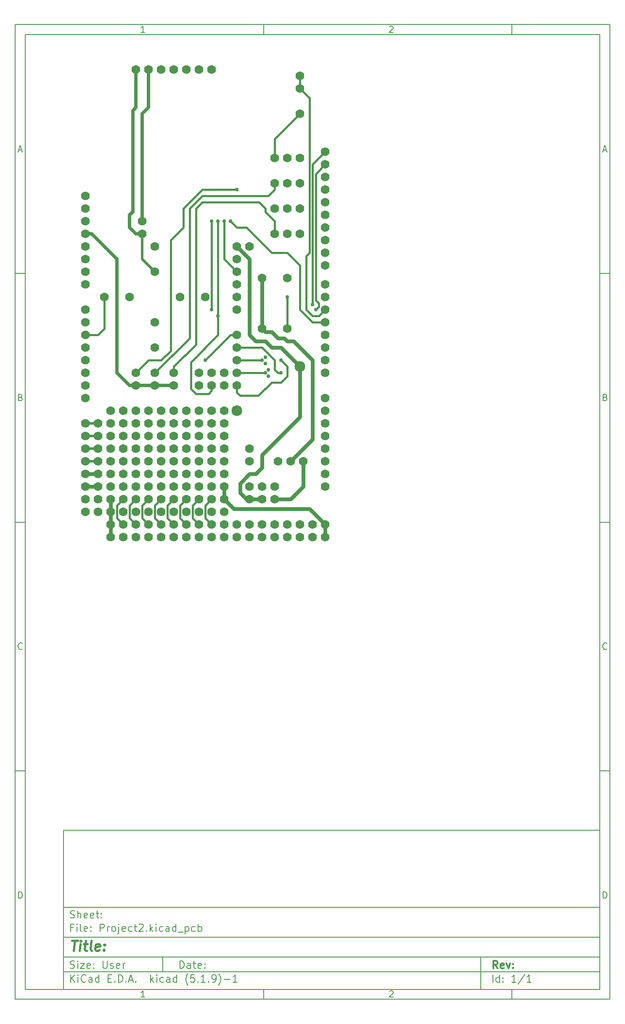
<source format=gbr>
%TF.GenerationSoftware,KiCad,Pcbnew,(5.1.9)-1*%
%TF.CreationDate,2021-06-09T21:14:02-04:00*%
%TF.ProjectId,Project2,50726f6a-6563-4743-922e-6b696361645f,rev?*%
%TF.SameCoordinates,Original*%
%TF.FileFunction,Copper,L2,Bot*%
%TF.FilePolarity,Positive*%
%FSLAX45Y45*%
G04 Gerber Fmt 4.5, Leading zero omitted, Abs format (unit mm)*
G04 Created by KiCad (PCBNEW (5.1.9)-1) date 2021-06-09 21:14:02*
%MOMM*%
%LPD*%
G01*
G04 APERTURE LIST*
%ADD10C,0.127000*%
%ADD11C,0.150000*%
%ADD12C,0.300000*%
%ADD13C,0.400000*%
%TA.AperFunction,ViaPad*%
%ADD14C,0.762000*%
%TD*%
%TA.AperFunction,ViaPad*%
%ADD15C,1.778000*%
%TD*%
%TA.AperFunction,ViaPad*%
%ADD16C,2.159000*%
%TD*%
%TA.AperFunction,Conductor*%
%ADD17C,0.381000*%
%TD*%
%TA.AperFunction,Conductor*%
%ADD18C,0.635000*%
%TD*%
%TA.AperFunction,Conductor*%
%ADD19C,0.508000*%
%TD*%
%TA.AperFunction,Conductor*%
%ADD20C,0.762000*%
%TD*%
G04 APERTURE END LIST*
D10*
D11*
X1970000Y-17190000D02*
X1970000Y-20390000D01*
X12770000Y-20390000D01*
X12770000Y-17190000D01*
X1970000Y-17190000D01*
D10*
D11*
X1000000Y-1000000D02*
X1000000Y-20590000D01*
X12970000Y-20590000D01*
X12970000Y-1000000D01*
X1000000Y-1000000D01*
D10*
D11*
X1200000Y-1200000D02*
X1200000Y-20390000D01*
X12770000Y-20390000D01*
X12770000Y-1200000D01*
X1200000Y-1200000D01*
D10*
D11*
X6000000Y-1200000D02*
X6000000Y-1000000D01*
D10*
D11*
X11000000Y-1200000D02*
X11000000Y-1000000D01*
D10*
D11*
X3606548Y-1158810D02*
X3532262Y-1158810D01*
X3569405Y-1158810D02*
X3569405Y-1028809D01*
X3557024Y-1047381D01*
X3544643Y-1059762D01*
X3532262Y-1065952D01*
D10*
D11*
X8532262Y-1041190D02*
X8538452Y-1035000D01*
X8550833Y-1028809D01*
X8581786Y-1028809D01*
X8594167Y-1035000D01*
X8600357Y-1041190D01*
X8606548Y-1053571D01*
X8606548Y-1065952D01*
X8600357Y-1084524D01*
X8526071Y-1158810D01*
X8606548Y-1158810D01*
D10*
D11*
X6000000Y-20390000D02*
X6000000Y-20590000D01*
D10*
D11*
X11000000Y-20390000D02*
X11000000Y-20590000D01*
D10*
D11*
X3606548Y-20548810D02*
X3532262Y-20548810D01*
X3569405Y-20548810D02*
X3569405Y-20418810D01*
X3557024Y-20437381D01*
X3544643Y-20449762D01*
X3532262Y-20455952D01*
D10*
D11*
X8532262Y-20431190D02*
X8538452Y-20425000D01*
X8550833Y-20418810D01*
X8581786Y-20418810D01*
X8594167Y-20425000D01*
X8600357Y-20431190D01*
X8606548Y-20443571D01*
X8606548Y-20455952D01*
X8600357Y-20474524D01*
X8526071Y-20548810D01*
X8606548Y-20548810D01*
D10*
D11*
X1000000Y-6000000D02*
X1200000Y-6000000D01*
D10*
D11*
X1000000Y-11000000D02*
X1200000Y-11000000D01*
D10*
D11*
X1000000Y-16000000D02*
X1200000Y-16000000D01*
D10*
D11*
X1069048Y-3521667D02*
X1130952Y-3521667D01*
X1056667Y-3558809D02*
X1100000Y-3428809D01*
X1143333Y-3558809D01*
D10*
D11*
X1109286Y-8490714D02*
X1127857Y-8496905D01*
X1134048Y-8503095D01*
X1140238Y-8515476D01*
X1140238Y-8534048D01*
X1134048Y-8546429D01*
X1127857Y-8552619D01*
X1115476Y-8558810D01*
X1065952Y-8558810D01*
X1065952Y-8428810D01*
X1109286Y-8428810D01*
X1121667Y-8435000D01*
X1127857Y-8441190D01*
X1134048Y-8453571D01*
X1134048Y-8465952D01*
X1127857Y-8478333D01*
X1121667Y-8484524D01*
X1109286Y-8490714D01*
X1065952Y-8490714D01*
D10*
D11*
X1140238Y-13546428D02*
X1134048Y-13552619D01*
X1115476Y-13558809D01*
X1103095Y-13558809D01*
X1084524Y-13552619D01*
X1072143Y-13540238D01*
X1065952Y-13527857D01*
X1059762Y-13503095D01*
X1059762Y-13484524D01*
X1065952Y-13459762D01*
X1072143Y-13447381D01*
X1084524Y-13435000D01*
X1103095Y-13428809D01*
X1115476Y-13428809D01*
X1134048Y-13435000D01*
X1140238Y-13441190D01*
D10*
D11*
X1065952Y-18558810D02*
X1065952Y-18428810D01*
X1096905Y-18428810D01*
X1115476Y-18435000D01*
X1127857Y-18447381D01*
X1134048Y-18459762D01*
X1140238Y-18484524D01*
X1140238Y-18503095D01*
X1134048Y-18527857D01*
X1127857Y-18540238D01*
X1115476Y-18552619D01*
X1096905Y-18558810D01*
X1065952Y-18558810D01*
D10*
D11*
X12970000Y-6000000D02*
X12770000Y-6000000D01*
D10*
D11*
X12970000Y-11000000D02*
X12770000Y-11000000D01*
D10*
D11*
X12970000Y-16000000D02*
X12770000Y-16000000D01*
D10*
D11*
X12839048Y-3521667D02*
X12900952Y-3521667D01*
X12826667Y-3558809D02*
X12870000Y-3428809D01*
X12913333Y-3558809D01*
D10*
D11*
X12879286Y-8490714D02*
X12897857Y-8496905D01*
X12904048Y-8503095D01*
X12910238Y-8515476D01*
X12910238Y-8534048D01*
X12904048Y-8546429D01*
X12897857Y-8552619D01*
X12885476Y-8558810D01*
X12835952Y-8558810D01*
X12835952Y-8428810D01*
X12879286Y-8428810D01*
X12891667Y-8435000D01*
X12897857Y-8441190D01*
X12904048Y-8453571D01*
X12904048Y-8465952D01*
X12897857Y-8478333D01*
X12891667Y-8484524D01*
X12879286Y-8490714D01*
X12835952Y-8490714D01*
D10*
D11*
X12910238Y-13546428D02*
X12904048Y-13552619D01*
X12885476Y-13558809D01*
X12873095Y-13558809D01*
X12854524Y-13552619D01*
X12842143Y-13540238D01*
X12835952Y-13527857D01*
X12829762Y-13503095D01*
X12829762Y-13484524D01*
X12835952Y-13459762D01*
X12842143Y-13447381D01*
X12854524Y-13435000D01*
X12873095Y-13428809D01*
X12885476Y-13428809D01*
X12904048Y-13435000D01*
X12910238Y-13441190D01*
D10*
D11*
X12835952Y-18558810D02*
X12835952Y-18428810D01*
X12866905Y-18428810D01*
X12885476Y-18435000D01*
X12897857Y-18447381D01*
X12904048Y-18459762D01*
X12910238Y-18484524D01*
X12910238Y-18503095D01*
X12904048Y-18527857D01*
X12897857Y-18540238D01*
X12885476Y-18552619D01*
X12866905Y-18558810D01*
X12835952Y-18558810D01*
D10*
D11*
X4313214Y-19967857D02*
X4313214Y-19817857D01*
X4348929Y-19817857D01*
X4370357Y-19825000D01*
X4384643Y-19839286D01*
X4391786Y-19853571D01*
X4398929Y-19882143D01*
X4398929Y-19903571D01*
X4391786Y-19932143D01*
X4384643Y-19946429D01*
X4370357Y-19960714D01*
X4348929Y-19967857D01*
X4313214Y-19967857D01*
X4527500Y-19967857D02*
X4527500Y-19889286D01*
X4520357Y-19875000D01*
X4506071Y-19867857D01*
X4477500Y-19867857D01*
X4463214Y-19875000D01*
X4527500Y-19960714D02*
X4513214Y-19967857D01*
X4477500Y-19967857D01*
X4463214Y-19960714D01*
X4456071Y-19946429D01*
X4456071Y-19932143D01*
X4463214Y-19917857D01*
X4477500Y-19910714D01*
X4513214Y-19910714D01*
X4527500Y-19903571D01*
X4577500Y-19867857D02*
X4634643Y-19867857D01*
X4598929Y-19817857D02*
X4598929Y-19946429D01*
X4606071Y-19960714D01*
X4620357Y-19967857D01*
X4634643Y-19967857D01*
X4741786Y-19960714D02*
X4727500Y-19967857D01*
X4698929Y-19967857D01*
X4684643Y-19960714D01*
X4677500Y-19946429D01*
X4677500Y-19889286D01*
X4684643Y-19875000D01*
X4698929Y-19867857D01*
X4727500Y-19867857D01*
X4741786Y-19875000D01*
X4748929Y-19889286D01*
X4748929Y-19903571D01*
X4677500Y-19917857D01*
X4813214Y-19953571D02*
X4820357Y-19960714D01*
X4813214Y-19967857D01*
X4806071Y-19960714D01*
X4813214Y-19953571D01*
X4813214Y-19967857D01*
X4813214Y-19875000D02*
X4820357Y-19882143D01*
X4813214Y-19889286D01*
X4806071Y-19882143D01*
X4813214Y-19875000D01*
X4813214Y-19889286D01*
D10*
D11*
X1970000Y-20040000D02*
X12770000Y-20040000D01*
D10*
D11*
X2113214Y-20247857D02*
X2113214Y-20097857D01*
X2198929Y-20247857D02*
X2134643Y-20162143D01*
X2198929Y-20097857D02*
X2113214Y-20183571D01*
X2263214Y-20247857D02*
X2263214Y-20147857D01*
X2263214Y-20097857D02*
X2256071Y-20105000D01*
X2263214Y-20112143D01*
X2270357Y-20105000D01*
X2263214Y-20097857D01*
X2263214Y-20112143D01*
X2420357Y-20233571D02*
X2413214Y-20240714D01*
X2391786Y-20247857D01*
X2377500Y-20247857D01*
X2356071Y-20240714D01*
X2341786Y-20226429D01*
X2334643Y-20212143D01*
X2327500Y-20183571D01*
X2327500Y-20162143D01*
X2334643Y-20133571D01*
X2341786Y-20119286D01*
X2356071Y-20105000D01*
X2377500Y-20097857D01*
X2391786Y-20097857D01*
X2413214Y-20105000D01*
X2420357Y-20112143D01*
X2548929Y-20247857D02*
X2548929Y-20169286D01*
X2541786Y-20155000D01*
X2527500Y-20147857D01*
X2498929Y-20147857D01*
X2484643Y-20155000D01*
X2548929Y-20240714D02*
X2534643Y-20247857D01*
X2498929Y-20247857D01*
X2484643Y-20240714D01*
X2477500Y-20226429D01*
X2477500Y-20212143D01*
X2484643Y-20197857D01*
X2498929Y-20190714D01*
X2534643Y-20190714D01*
X2548929Y-20183571D01*
X2684643Y-20247857D02*
X2684643Y-20097857D01*
X2684643Y-20240714D02*
X2670357Y-20247857D01*
X2641786Y-20247857D01*
X2627500Y-20240714D01*
X2620357Y-20233571D01*
X2613214Y-20219286D01*
X2613214Y-20176429D01*
X2620357Y-20162143D01*
X2627500Y-20155000D01*
X2641786Y-20147857D01*
X2670357Y-20147857D01*
X2684643Y-20155000D01*
X2870357Y-20169286D02*
X2920357Y-20169286D01*
X2941786Y-20247857D02*
X2870357Y-20247857D01*
X2870357Y-20097857D01*
X2941786Y-20097857D01*
X3006071Y-20233571D02*
X3013214Y-20240714D01*
X3006071Y-20247857D01*
X2998928Y-20240714D01*
X3006071Y-20233571D01*
X3006071Y-20247857D01*
X3077500Y-20247857D02*
X3077500Y-20097857D01*
X3113214Y-20097857D01*
X3134643Y-20105000D01*
X3148928Y-20119286D01*
X3156071Y-20133571D01*
X3163214Y-20162143D01*
X3163214Y-20183571D01*
X3156071Y-20212143D01*
X3148928Y-20226429D01*
X3134643Y-20240714D01*
X3113214Y-20247857D01*
X3077500Y-20247857D01*
X3227500Y-20233571D02*
X3234643Y-20240714D01*
X3227500Y-20247857D01*
X3220357Y-20240714D01*
X3227500Y-20233571D01*
X3227500Y-20247857D01*
X3291786Y-20205000D02*
X3363214Y-20205000D01*
X3277500Y-20247857D02*
X3327500Y-20097857D01*
X3377500Y-20247857D01*
X3427500Y-20233571D02*
X3434643Y-20240714D01*
X3427500Y-20247857D01*
X3420357Y-20240714D01*
X3427500Y-20233571D01*
X3427500Y-20247857D01*
X3727500Y-20247857D02*
X3727500Y-20097857D01*
X3741786Y-20190714D02*
X3784643Y-20247857D01*
X3784643Y-20147857D02*
X3727500Y-20205000D01*
X3848928Y-20247857D02*
X3848928Y-20147857D01*
X3848928Y-20097857D02*
X3841786Y-20105000D01*
X3848928Y-20112143D01*
X3856071Y-20105000D01*
X3848928Y-20097857D01*
X3848928Y-20112143D01*
X3984643Y-20240714D02*
X3970357Y-20247857D01*
X3941786Y-20247857D01*
X3927500Y-20240714D01*
X3920357Y-20233571D01*
X3913214Y-20219286D01*
X3913214Y-20176429D01*
X3920357Y-20162143D01*
X3927500Y-20155000D01*
X3941786Y-20147857D01*
X3970357Y-20147857D01*
X3984643Y-20155000D01*
X4113214Y-20247857D02*
X4113214Y-20169286D01*
X4106071Y-20155000D01*
X4091786Y-20147857D01*
X4063214Y-20147857D01*
X4048928Y-20155000D01*
X4113214Y-20240714D02*
X4098928Y-20247857D01*
X4063214Y-20247857D01*
X4048928Y-20240714D01*
X4041786Y-20226429D01*
X4041786Y-20212143D01*
X4048928Y-20197857D01*
X4063214Y-20190714D01*
X4098928Y-20190714D01*
X4113214Y-20183571D01*
X4248929Y-20247857D02*
X4248929Y-20097857D01*
X4248929Y-20240714D02*
X4234643Y-20247857D01*
X4206071Y-20247857D01*
X4191786Y-20240714D01*
X4184643Y-20233571D01*
X4177500Y-20219286D01*
X4177500Y-20176429D01*
X4184643Y-20162143D01*
X4191786Y-20155000D01*
X4206071Y-20147857D01*
X4234643Y-20147857D01*
X4248929Y-20155000D01*
X4477500Y-20305000D02*
X4470357Y-20297857D01*
X4456071Y-20276429D01*
X4448929Y-20262143D01*
X4441786Y-20240714D01*
X4434643Y-20205000D01*
X4434643Y-20176429D01*
X4441786Y-20140714D01*
X4448929Y-20119286D01*
X4456071Y-20105000D01*
X4470357Y-20083571D01*
X4477500Y-20076429D01*
X4606071Y-20097857D02*
X4534643Y-20097857D01*
X4527500Y-20169286D01*
X4534643Y-20162143D01*
X4548929Y-20155000D01*
X4584643Y-20155000D01*
X4598929Y-20162143D01*
X4606071Y-20169286D01*
X4613214Y-20183571D01*
X4613214Y-20219286D01*
X4606071Y-20233571D01*
X4598929Y-20240714D01*
X4584643Y-20247857D01*
X4548929Y-20247857D01*
X4534643Y-20240714D01*
X4527500Y-20233571D01*
X4677500Y-20233571D02*
X4684643Y-20240714D01*
X4677500Y-20247857D01*
X4670357Y-20240714D01*
X4677500Y-20233571D01*
X4677500Y-20247857D01*
X4827500Y-20247857D02*
X4741786Y-20247857D01*
X4784643Y-20247857D02*
X4784643Y-20097857D01*
X4770357Y-20119286D01*
X4756071Y-20133571D01*
X4741786Y-20140714D01*
X4891786Y-20233571D02*
X4898929Y-20240714D01*
X4891786Y-20247857D01*
X4884643Y-20240714D01*
X4891786Y-20233571D01*
X4891786Y-20247857D01*
X4970357Y-20247857D02*
X4998929Y-20247857D01*
X5013214Y-20240714D01*
X5020357Y-20233571D01*
X5034643Y-20212143D01*
X5041786Y-20183571D01*
X5041786Y-20126429D01*
X5034643Y-20112143D01*
X5027500Y-20105000D01*
X5013214Y-20097857D01*
X4984643Y-20097857D01*
X4970357Y-20105000D01*
X4963214Y-20112143D01*
X4956071Y-20126429D01*
X4956071Y-20162143D01*
X4963214Y-20176429D01*
X4970357Y-20183571D01*
X4984643Y-20190714D01*
X5013214Y-20190714D01*
X5027500Y-20183571D01*
X5034643Y-20176429D01*
X5041786Y-20162143D01*
X5091786Y-20305000D02*
X5098929Y-20297857D01*
X5113214Y-20276429D01*
X5120357Y-20262143D01*
X5127500Y-20240714D01*
X5134643Y-20205000D01*
X5134643Y-20176429D01*
X5127500Y-20140714D01*
X5120357Y-20119286D01*
X5113214Y-20105000D01*
X5098929Y-20083571D01*
X5091786Y-20076429D01*
X5206071Y-20190714D02*
X5320357Y-20190714D01*
X5470357Y-20247857D02*
X5384643Y-20247857D01*
X5427500Y-20247857D02*
X5427500Y-20097857D01*
X5413214Y-20119286D01*
X5398929Y-20133571D01*
X5384643Y-20140714D01*
D10*
D11*
X1970000Y-19740000D02*
X12770000Y-19740000D01*
D10*
D12*
X10710929Y-19967857D02*
X10660929Y-19896429D01*
X10625214Y-19967857D02*
X10625214Y-19817857D01*
X10682357Y-19817857D01*
X10696643Y-19825000D01*
X10703786Y-19832143D01*
X10710929Y-19846429D01*
X10710929Y-19867857D01*
X10703786Y-19882143D01*
X10696643Y-19889286D01*
X10682357Y-19896429D01*
X10625214Y-19896429D01*
X10832357Y-19960714D02*
X10818071Y-19967857D01*
X10789500Y-19967857D01*
X10775214Y-19960714D01*
X10768071Y-19946429D01*
X10768071Y-19889286D01*
X10775214Y-19875000D01*
X10789500Y-19867857D01*
X10818071Y-19867857D01*
X10832357Y-19875000D01*
X10839500Y-19889286D01*
X10839500Y-19903571D01*
X10768071Y-19917857D01*
X10889500Y-19867857D02*
X10925214Y-19967857D01*
X10960929Y-19867857D01*
X11018071Y-19953571D02*
X11025214Y-19960714D01*
X11018071Y-19967857D01*
X11010929Y-19960714D01*
X11018071Y-19953571D01*
X11018071Y-19967857D01*
X11018071Y-19875000D02*
X11025214Y-19882143D01*
X11018071Y-19889286D01*
X11010929Y-19882143D01*
X11018071Y-19875000D01*
X11018071Y-19889286D01*
D10*
D11*
X2106071Y-19960714D02*
X2127500Y-19967857D01*
X2163214Y-19967857D01*
X2177500Y-19960714D01*
X2184643Y-19953571D01*
X2191786Y-19939286D01*
X2191786Y-19925000D01*
X2184643Y-19910714D01*
X2177500Y-19903571D01*
X2163214Y-19896429D01*
X2134643Y-19889286D01*
X2120357Y-19882143D01*
X2113214Y-19875000D01*
X2106071Y-19860714D01*
X2106071Y-19846429D01*
X2113214Y-19832143D01*
X2120357Y-19825000D01*
X2134643Y-19817857D01*
X2170357Y-19817857D01*
X2191786Y-19825000D01*
X2256071Y-19967857D02*
X2256071Y-19867857D01*
X2256071Y-19817857D02*
X2248929Y-19825000D01*
X2256071Y-19832143D01*
X2263214Y-19825000D01*
X2256071Y-19817857D01*
X2256071Y-19832143D01*
X2313214Y-19867857D02*
X2391786Y-19867857D01*
X2313214Y-19967857D01*
X2391786Y-19967857D01*
X2506071Y-19960714D02*
X2491786Y-19967857D01*
X2463214Y-19967857D01*
X2448929Y-19960714D01*
X2441786Y-19946429D01*
X2441786Y-19889286D01*
X2448929Y-19875000D01*
X2463214Y-19867857D01*
X2491786Y-19867857D01*
X2506071Y-19875000D01*
X2513214Y-19889286D01*
X2513214Y-19903571D01*
X2441786Y-19917857D01*
X2577500Y-19953571D02*
X2584643Y-19960714D01*
X2577500Y-19967857D01*
X2570357Y-19960714D01*
X2577500Y-19953571D01*
X2577500Y-19967857D01*
X2577500Y-19875000D02*
X2584643Y-19882143D01*
X2577500Y-19889286D01*
X2570357Y-19882143D01*
X2577500Y-19875000D01*
X2577500Y-19889286D01*
X2763214Y-19817857D02*
X2763214Y-19939286D01*
X2770357Y-19953571D01*
X2777500Y-19960714D01*
X2791786Y-19967857D01*
X2820357Y-19967857D01*
X2834643Y-19960714D01*
X2841786Y-19953571D01*
X2848928Y-19939286D01*
X2848928Y-19817857D01*
X2913214Y-19960714D02*
X2927500Y-19967857D01*
X2956071Y-19967857D01*
X2970357Y-19960714D01*
X2977500Y-19946429D01*
X2977500Y-19939286D01*
X2970357Y-19925000D01*
X2956071Y-19917857D01*
X2934643Y-19917857D01*
X2920357Y-19910714D01*
X2913214Y-19896429D01*
X2913214Y-19889286D01*
X2920357Y-19875000D01*
X2934643Y-19867857D01*
X2956071Y-19867857D01*
X2970357Y-19875000D01*
X3098928Y-19960714D02*
X3084643Y-19967857D01*
X3056071Y-19967857D01*
X3041786Y-19960714D01*
X3034643Y-19946429D01*
X3034643Y-19889286D01*
X3041786Y-19875000D01*
X3056071Y-19867857D01*
X3084643Y-19867857D01*
X3098928Y-19875000D01*
X3106071Y-19889286D01*
X3106071Y-19903571D01*
X3034643Y-19917857D01*
X3170357Y-19967857D02*
X3170357Y-19867857D01*
X3170357Y-19896429D02*
X3177500Y-19882143D01*
X3184643Y-19875000D01*
X3198928Y-19867857D01*
X3213214Y-19867857D01*
D10*
D11*
X10613214Y-20247857D02*
X10613214Y-20097857D01*
X10748929Y-20247857D02*
X10748929Y-20097857D01*
X10748929Y-20240714D02*
X10734643Y-20247857D01*
X10706071Y-20247857D01*
X10691786Y-20240714D01*
X10684643Y-20233571D01*
X10677500Y-20219286D01*
X10677500Y-20176429D01*
X10684643Y-20162143D01*
X10691786Y-20155000D01*
X10706071Y-20147857D01*
X10734643Y-20147857D01*
X10748929Y-20155000D01*
X10820357Y-20233571D02*
X10827500Y-20240714D01*
X10820357Y-20247857D01*
X10813214Y-20240714D01*
X10820357Y-20233571D01*
X10820357Y-20247857D01*
X10820357Y-20155000D02*
X10827500Y-20162143D01*
X10820357Y-20169286D01*
X10813214Y-20162143D01*
X10820357Y-20155000D01*
X10820357Y-20169286D01*
X11084643Y-20247857D02*
X10998929Y-20247857D01*
X11041786Y-20247857D02*
X11041786Y-20097857D01*
X11027500Y-20119286D01*
X11013214Y-20133571D01*
X10998929Y-20140714D01*
X11256071Y-20090714D02*
X11127500Y-20283571D01*
X11384643Y-20247857D02*
X11298928Y-20247857D01*
X11341786Y-20247857D02*
X11341786Y-20097857D01*
X11327500Y-20119286D01*
X11313214Y-20133571D01*
X11298928Y-20140714D01*
D10*
D11*
X1970000Y-19340000D02*
X12770000Y-19340000D01*
D10*
D13*
X2141238Y-19410476D02*
X2255524Y-19410476D01*
X2173381Y-19610476D02*
X2198381Y-19410476D01*
X2297190Y-19610476D02*
X2313857Y-19477143D01*
X2322190Y-19410476D02*
X2311476Y-19420000D01*
X2319810Y-19429524D01*
X2330524Y-19420000D01*
X2322190Y-19410476D01*
X2319810Y-19429524D01*
X2380524Y-19477143D02*
X2456714Y-19477143D01*
X2417429Y-19410476D02*
X2396000Y-19581905D01*
X2403143Y-19600952D01*
X2421000Y-19610476D01*
X2440048Y-19610476D01*
X2535286Y-19610476D02*
X2517429Y-19600952D01*
X2510286Y-19581905D01*
X2531714Y-19410476D01*
X2688857Y-19600952D02*
X2668619Y-19610476D01*
X2630524Y-19610476D01*
X2612667Y-19600952D01*
X2605524Y-19581905D01*
X2615048Y-19505714D01*
X2626952Y-19486667D01*
X2647190Y-19477143D01*
X2685286Y-19477143D01*
X2703143Y-19486667D01*
X2710286Y-19505714D01*
X2707905Y-19524762D01*
X2610286Y-19543810D01*
X2785286Y-19591429D02*
X2793619Y-19600952D01*
X2782905Y-19610476D01*
X2774571Y-19600952D01*
X2785286Y-19591429D01*
X2782905Y-19610476D01*
X2798381Y-19486667D02*
X2806714Y-19496190D01*
X2796000Y-19505714D01*
X2787667Y-19496190D01*
X2798381Y-19486667D01*
X2796000Y-19505714D01*
D10*
D11*
X2163214Y-19149286D02*
X2113214Y-19149286D01*
X2113214Y-19227857D02*
X2113214Y-19077857D01*
X2184643Y-19077857D01*
X2241786Y-19227857D02*
X2241786Y-19127857D01*
X2241786Y-19077857D02*
X2234643Y-19085000D01*
X2241786Y-19092143D01*
X2248929Y-19085000D01*
X2241786Y-19077857D01*
X2241786Y-19092143D01*
X2334643Y-19227857D02*
X2320357Y-19220714D01*
X2313214Y-19206429D01*
X2313214Y-19077857D01*
X2448929Y-19220714D02*
X2434643Y-19227857D01*
X2406071Y-19227857D01*
X2391786Y-19220714D01*
X2384643Y-19206429D01*
X2384643Y-19149286D01*
X2391786Y-19135000D01*
X2406071Y-19127857D01*
X2434643Y-19127857D01*
X2448929Y-19135000D01*
X2456071Y-19149286D01*
X2456071Y-19163571D01*
X2384643Y-19177857D01*
X2520357Y-19213571D02*
X2527500Y-19220714D01*
X2520357Y-19227857D01*
X2513214Y-19220714D01*
X2520357Y-19213571D01*
X2520357Y-19227857D01*
X2520357Y-19135000D02*
X2527500Y-19142143D01*
X2520357Y-19149286D01*
X2513214Y-19142143D01*
X2520357Y-19135000D01*
X2520357Y-19149286D01*
X2706071Y-19227857D02*
X2706071Y-19077857D01*
X2763214Y-19077857D01*
X2777500Y-19085000D01*
X2784643Y-19092143D01*
X2791786Y-19106429D01*
X2791786Y-19127857D01*
X2784643Y-19142143D01*
X2777500Y-19149286D01*
X2763214Y-19156429D01*
X2706071Y-19156429D01*
X2856071Y-19227857D02*
X2856071Y-19127857D01*
X2856071Y-19156429D02*
X2863214Y-19142143D01*
X2870357Y-19135000D01*
X2884643Y-19127857D01*
X2898928Y-19127857D01*
X2970357Y-19227857D02*
X2956071Y-19220714D01*
X2948928Y-19213571D01*
X2941786Y-19199286D01*
X2941786Y-19156429D01*
X2948928Y-19142143D01*
X2956071Y-19135000D01*
X2970357Y-19127857D01*
X2991786Y-19127857D01*
X3006071Y-19135000D01*
X3013214Y-19142143D01*
X3020357Y-19156429D01*
X3020357Y-19199286D01*
X3013214Y-19213571D01*
X3006071Y-19220714D01*
X2991786Y-19227857D01*
X2970357Y-19227857D01*
X3084643Y-19127857D02*
X3084643Y-19256429D01*
X3077500Y-19270714D01*
X3063214Y-19277857D01*
X3056071Y-19277857D01*
X3084643Y-19077857D02*
X3077500Y-19085000D01*
X3084643Y-19092143D01*
X3091786Y-19085000D01*
X3084643Y-19077857D01*
X3084643Y-19092143D01*
X3213214Y-19220714D02*
X3198928Y-19227857D01*
X3170357Y-19227857D01*
X3156071Y-19220714D01*
X3148928Y-19206429D01*
X3148928Y-19149286D01*
X3156071Y-19135000D01*
X3170357Y-19127857D01*
X3198928Y-19127857D01*
X3213214Y-19135000D01*
X3220357Y-19149286D01*
X3220357Y-19163571D01*
X3148928Y-19177857D01*
X3348928Y-19220714D02*
X3334643Y-19227857D01*
X3306071Y-19227857D01*
X3291786Y-19220714D01*
X3284643Y-19213571D01*
X3277500Y-19199286D01*
X3277500Y-19156429D01*
X3284643Y-19142143D01*
X3291786Y-19135000D01*
X3306071Y-19127857D01*
X3334643Y-19127857D01*
X3348928Y-19135000D01*
X3391786Y-19127857D02*
X3448928Y-19127857D01*
X3413214Y-19077857D02*
X3413214Y-19206429D01*
X3420357Y-19220714D01*
X3434643Y-19227857D01*
X3448928Y-19227857D01*
X3491786Y-19092143D02*
X3498928Y-19085000D01*
X3513214Y-19077857D01*
X3548928Y-19077857D01*
X3563214Y-19085000D01*
X3570357Y-19092143D01*
X3577500Y-19106429D01*
X3577500Y-19120714D01*
X3570357Y-19142143D01*
X3484643Y-19227857D01*
X3577500Y-19227857D01*
X3641786Y-19213571D02*
X3648928Y-19220714D01*
X3641786Y-19227857D01*
X3634643Y-19220714D01*
X3641786Y-19213571D01*
X3641786Y-19227857D01*
X3713214Y-19227857D02*
X3713214Y-19077857D01*
X3727500Y-19170714D02*
X3770357Y-19227857D01*
X3770357Y-19127857D02*
X3713214Y-19185000D01*
X3834643Y-19227857D02*
X3834643Y-19127857D01*
X3834643Y-19077857D02*
X3827500Y-19085000D01*
X3834643Y-19092143D01*
X3841786Y-19085000D01*
X3834643Y-19077857D01*
X3834643Y-19092143D01*
X3970357Y-19220714D02*
X3956071Y-19227857D01*
X3927500Y-19227857D01*
X3913214Y-19220714D01*
X3906071Y-19213571D01*
X3898928Y-19199286D01*
X3898928Y-19156429D01*
X3906071Y-19142143D01*
X3913214Y-19135000D01*
X3927500Y-19127857D01*
X3956071Y-19127857D01*
X3970357Y-19135000D01*
X4098928Y-19227857D02*
X4098928Y-19149286D01*
X4091786Y-19135000D01*
X4077500Y-19127857D01*
X4048928Y-19127857D01*
X4034643Y-19135000D01*
X4098928Y-19220714D02*
X4084643Y-19227857D01*
X4048928Y-19227857D01*
X4034643Y-19220714D01*
X4027500Y-19206429D01*
X4027500Y-19192143D01*
X4034643Y-19177857D01*
X4048928Y-19170714D01*
X4084643Y-19170714D01*
X4098928Y-19163571D01*
X4234643Y-19227857D02*
X4234643Y-19077857D01*
X4234643Y-19220714D02*
X4220357Y-19227857D01*
X4191786Y-19227857D01*
X4177500Y-19220714D01*
X4170357Y-19213571D01*
X4163214Y-19199286D01*
X4163214Y-19156429D01*
X4170357Y-19142143D01*
X4177500Y-19135000D01*
X4191786Y-19127857D01*
X4220357Y-19127857D01*
X4234643Y-19135000D01*
X4270357Y-19242143D02*
X4384643Y-19242143D01*
X4420357Y-19127857D02*
X4420357Y-19277857D01*
X4420357Y-19135000D02*
X4434643Y-19127857D01*
X4463214Y-19127857D01*
X4477500Y-19135000D01*
X4484643Y-19142143D01*
X4491786Y-19156429D01*
X4491786Y-19199286D01*
X4484643Y-19213571D01*
X4477500Y-19220714D01*
X4463214Y-19227857D01*
X4434643Y-19227857D01*
X4420357Y-19220714D01*
X4620357Y-19220714D02*
X4606071Y-19227857D01*
X4577500Y-19227857D01*
X4563214Y-19220714D01*
X4556071Y-19213571D01*
X4548929Y-19199286D01*
X4548929Y-19156429D01*
X4556071Y-19142143D01*
X4563214Y-19135000D01*
X4577500Y-19127857D01*
X4606071Y-19127857D01*
X4620357Y-19135000D01*
X4684643Y-19227857D02*
X4684643Y-19077857D01*
X4684643Y-19135000D02*
X4698929Y-19127857D01*
X4727500Y-19127857D01*
X4741786Y-19135000D01*
X4748929Y-19142143D01*
X4756071Y-19156429D01*
X4756071Y-19199286D01*
X4748929Y-19213571D01*
X4741786Y-19220714D01*
X4727500Y-19227857D01*
X4698929Y-19227857D01*
X4684643Y-19220714D01*
D10*
D11*
X1970000Y-18740000D02*
X12770000Y-18740000D01*
D10*
D11*
X2106071Y-18950714D02*
X2127500Y-18957857D01*
X2163214Y-18957857D01*
X2177500Y-18950714D01*
X2184643Y-18943571D01*
X2191786Y-18929286D01*
X2191786Y-18915000D01*
X2184643Y-18900714D01*
X2177500Y-18893571D01*
X2163214Y-18886429D01*
X2134643Y-18879286D01*
X2120357Y-18872143D01*
X2113214Y-18865000D01*
X2106071Y-18850714D01*
X2106071Y-18836429D01*
X2113214Y-18822143D01*
X2120357Y-18815000D01*
X2134643Y-18807857D01*
X2170357Y-18807857D01*
X2191786Y-18815000D01*
X2256071Y-18957857D02*
X2256071Y-18807857D01*
X2320357Y-18957857D02*
X2320357Y-18879286D01*
X2313214Y-18865000D01*
X2298929Y-18857857D01*
X2277500Y-18857857D01*
X2263214Y-18865000D01*
X2256071Y-18872143D01*
X2448929Y-18950714D02*
X2434643Y-18957857D01*
X2406071Y-18957857D01*
X2391786Y-18950714D01*
X2384643Y-18936429D01*
X2384643Y-18879286D01*
X2391786Y-18865000D01*
X2406071Y-18857857D01*
X2434643Y-18857857D01*
X2448929Y-18865000D01*
X2456071Y-18879286D01*
X2456071Y-18893571D01*
X2384643Y-18907857D01*
X2577500Y-18950714D02*
X2563214Y-18957857D01*
X2534643Y-18957857D01*
X2520357Y-18950714D01*
X2513214Y-18936429D01*
X2513214Y-18879286D01*
X2520357Y-18865000D01*
X2534643Y-18857857D01*
X2563214Y-18857857D01*
X2577500Y-18865000D01*
X2584643Y-18879286D01*
X2584643Y-18893571D01*
X2513214Y-18907857D01*
X2627500Y-18857857D02*
X2684643Y-18857857D01*
X2648929Y-18807857D02*
X2648929Y-18936429D01*
X2656071Y-18950714D01*
X2670357Y-18957857D01*
X2684643Y-18957857D01*
X2734643Y-18943571D02*
X2741786Y-18950714D01*
X2734643Y-18957857D01*
X2727500Y-18950714D01*
X2734643Y-18943571D01*
X2734643Y-18957857D01*
X2734643Y-18865000D02*
X2741786Y-18872143D01*
X2734643Y-18879286D01*
X2727500Y-18872143D01*
X2734643Y-18865000D01*
X2734643Y-18879286D01*
D10*
D11*
X3970000Y-19740000D02*
X3970000Y-20040000D01*
D10*
D11*
X10370000Y-19740000D02*
X10370000Y-20390000D01*
D14*
%TO.N,*%
X4953000Y-6731000D03*
X5080000Y-6858000D03*
X6477000Y-6477000D03*
X4953000Y-4953000D03*
X5080000Y-4953000D03*
X5207000Y-4953000D03*
D15*
X4953000Y-10541000D03*
X4699000Y-10541000D03*
X4445000Y-10541000D03*
X4191000Y-10541000D03*
X3937000Y-10541000D03*
X3683000Y-10541000D03*
X3429000Y-10541000D03*
X3175000Y-10541000D03*
X2921000Y-10541000D03*
X2921000Y-10795000D03*
X2921000Y-11049000D03*
X2921000Y-11303000D03*
X3175000Y-11303000D03*
X3175000Y-11049000D03*
X3175000Y-10795000D03*
X3429000Y-10795000D03*
X3429000Y-11049000D03*
X3429000Y-11303000D03*
X3683000Y-11303000D03*
X3683000Y-11049000D03*
X3683000Y-10795000D03*
X3937000Y-10795000D03*
X3937000Y-11049000D03*
X3937000Y-11303000D03*
X4953000Y-10795000D03*
X4699000Y-10795000D03*
X4445000Y-10795000D03*
X4191000Y-10795000D03*
X4191000Y-11049000D03*
X4191000Y-11303000D03*
X4445000Y-11303000D03*
X4445000Y-11049000D03*
X4953000Y-8255000D03*
X4953000Y-8001000D03*
X5207000Y-8001000D03*
X5207000Y-8255000D03*
X4699000Y-8001000D03*
X4699000Y-8255000D03*
X5461000Y-8255000D03*
X5461000Y-8001000D03*
X5461000Y-7747000D03*
X5461000Y-7493000D03*
X4191000Y-8255000D03*
X4191000Y-8001000D03*
X3810000Y-8001000D03*
X3810000Y-8255000D03*
X3429000Y-8001000D03*
X2413000Y-7493000D03*
X2413000Y-7239000D03*
X2413000Y-6985000D03*
X2413000Y-6731000D03*
X2413000Y-9017000D03*
X2413000Y-8509000D03*
X2413000Y-8255000D03*
X2413000Y-8001000D03*
X2413000Y-9271000D03*
X2667000Y-9271000D03*
X2667000Y-9017000D03*
X7239000Y-8001000D03*
X7239000Y-7747000D03*
X7239000Y-7493000D03*
X7239000Y-7239000D03*
X7239000Y-6731000D03*
X7239000Y-6477000D03*
X7239000Y-6223000D03*
X7239000Y-5842000D03*
X7239000Y-5588000D03*
X7239000Y-5334000D03*
X7239000Y-5080000D03*
X7239000Y-4826000D03*
X7239000Y-4572000D03*
X7239000Y-4318000D03*
X7239000Y-4064000D03*
X7239000Y-3810000D03*
X7239000Y-3556000D03*
X6731000Y-3683000D03*
X6477000Y-3683000D03*
X6223000Y-3683000D03*
X6223000Y-4191000D03*
X6477000Y-4191000D03*
X6731000Y-4191000D03*
X6731000Y-4699000D03*
X6477000Y-4699000D03*
X6223000Y-4699000D03*
X6223000Y-5207000D03*
X6477000Y-5207000D03*
X6731000Y-5207000D03*
X6477000Y-6096000D03*
X5969000Y-6096000D03*
X6477000Y-7112000D03*
X5969000Y-7112000D03*
X5461000Y-6731000D03*
X5461000Y-6477000D03*
X5461000Y-6223000D03*
X5461000Y-5969000D03*
X5461000Y-5715000D03*
X5461000Y-5461000D03*
X4826000Y-6477000D03*
X4318000Y-6477000D03*
X3810000Y-6985000D03*
X3810000Y-7493000D03*
X3810000Y-5461000D03*
X3810000Y-5969000D03*
X3302000Y-6477000D03*
X2794000Y-6477000D03*
X5207000Y-8763000D03*
X4953000Y-8763000D03*
X4699000Y-8763000D03*
X4445000Y-8763000D03*
X4191000Y-8763000D03*
X3937000Y-8763000D03*
X3683000Y-8763000D03*
X3429000Y-8763000D03*
X3175000Y-8763000D03*
X3175000Y-9017000D03*
X3175000Y-9271000D03*
X3175000Y-9525000D03*
X3175000Y-9779000D03*
X3175000Y-10033000D03*
X3175000Y-10287000D03*
X2921000Y-10287000D03*
X2667000Y-10287000D03*
X2667000Y-10033000D03*
X2413000Y-10033000D03*
X2413000Y-9779000D03*
X2667000Y-9779000D03*
X2667000Y-9525000D03*
X2413000Y-9525000D03*
X2667000Y-10541000D03*
X2413000Y-10541000D03*
X2413000Y-10795000D03*
X2413000Y-10287000D03*
X2667000Y-10795000D03*
X2921000Y-10033000D03*
X2921000Y-9779000D03*
X2921000Y-9525000D03*
X2921000Y-9271000D03*
X2921000Y-9017000D03*
X2921000Y-8763000D03*
X3429000Y-9017000D03*
X3683000Y-9017000D03*
X3937000Y-9017000D03*
X3937000Y-9271000D03*
X3683000Y-9271000D03*
X3429000Y-9271000D03*
X3429000Y-9525000D03*
X3429000Y-9779000D03*
X3429000Y-10033000D03*
X3429000Y-10287000D03*
X3683000Y-10287000D03*
X3683000Y-10033000D03*
X3683000Y-9779000D03*
X3683000Y-9525000D03*
X3937000Y-9525000D03*
X3937000Y-9779000D03*
X3937000Y-10033000D03*
X3937000Y-10287000D03*
X4191000Y-10287000D03*
X4445000Y-10287000D03*
X4699000Y-10287000D03*
X4953000Y-10287000D03*
X4953000Y-10033000D03*
X4699000Y-10033000D03*
X4445000Y-10033000D03*
X4191000Y-10033000D03*
X4191000Y-9779000D03*
X4445000Y-9779000D03*
X4699000Y-9779000D03*
X4953000Y-9779000D03*
X5207000Y-10795000D03*
X4953000Y-9525000D03*
X4699000Y-9525000D03*
X4445000Y-9525000D03*
X4191000Y-9525000D03*
X4191000Y-9271000D03*
X4191000Y-9017000D03*
X4445000Y-9017000D03*
X4445000Y-9271000D03*
X4699000Y-9271000D03*
X4699000Y-9017000D03*
X4953000Y-9017000D03*
X4953000Y-9271000D03*
X5207000Y-9271000D03*
X5207000Y-9017000D03*
X2413000Y-6223000D03*
X2413000Y-5969000D03*
X2413000Y-5715000D03*
X2413000Y-5461000D03*
X2413000Y-5207000D03*
X2413000Y-4953000D03*
X2413000Y-4699000D03*
X2413000Y-4445000D03*
X4953000Y-1905000D03*
X4445000Y-1905000D03*
X4191000Y-1905000D03*
X3937000Y-1905000D03*
X3683000Y-1905000D03*
X3429000Y-1905000D03*
X6731000Y-2794000D03*
X6731000Y-2032000D03*
X5715000Y-9779000D03*
X5715000Y-11049000D03*
X5715000Y-11303000D03*
X5969000Y-11303000D03*
X5969000Y-11049000D03*
X6223000Y-11049000D03*
X6223000Y-11303000D03*
X5715000Y-9525000D03*
X5207000Y-10541000D03*
X4699000Y-11049000D03*
X4699000Y-11303000D03*
X4953000Y-11049000D03*
X4953000Y-11303000D03*
X5207000Y-11303000D03*
X5207000Y-11049000D03*
X6794500Y-9779000D03*
X6540500Y-9779000D03*
X6286500Y-9779000D03*
X6731000Y-2286000D03*
X2413000Y-7747000D03*
X5461000Y-7239000D03*
D14*
X4826000Y-7747000D03*
D15*
X3429000Y-8255000D03*
D14*
X5461000Y-4318000D03*
X5969000Y-7747000D03*
D15*
X7239000Y-10287000D03*
X7239000Y-10033000D03*
X7239000Y-9779000D03*
X7239000Y-9525000D03*
X7239000Y-9271000D03*
X7239000Y-9017000D03*
X7239000Y-8763000D03*
X7239000Y-8509000D03*
X6223000Y-10287000D03*
X5969000Y-10287000D03*
X5715000Y-10287000D03*
X5715000Y-10541000D03*
X5969000Y-10541000D03*
X6223000Y-10541000D03*
X5461000Y-11049000D03*
X5461000Y-11303000D03*
X6477000Y-11303000D03*
X6477000Y-11049000D03*
X6731000Y-11049000D03*
X6731000Y-11303000D03*
X6985000Y-11303000D03*
X6985000Y-11049000D03*
X7239000Y-11049000D03*
X7239000Y-11303000D03*
X5207000Y-9525000D03*
X5207000Y-9779000D03*
X5207000Y-10033000D03*
X5207000Y-10287000D03*
D14*
X7048500Y-6731000D03*
X6985000Y-6629400D03*
X6032500Y-7683500D03*
X6350000Y-8001000D03*
X6350000Y-7747000D03*
X6096000Y-7937500D03*
X6032500Y-8001000D03*
X6096000Y-8064500D03*
X6032500Y-7810500D03*
D15*
X3556000Y-5207000D03*
X3556000Y-4953000D03*
X5715000Y-5461000D03*
X4699000Y-1905000D03*
D14*
X5334000Y-4953000D03*
D15*
X7239000Y-6985000D03*
D16*
X6731000Y-7874000D03*
X5461000Y-8763000D03*
%TD*%
D17*
%TO.N,*%
X4953000Y-8255000D02*
X4953000Y-8255000D01*
X2794000Y-6477000D02*
X2794000Y-6477000D01*
X2667000Y-7239000D02*
X2413000Y-7239000D01*
X6223000Y-5207000D02*
X6223000Y-5207000D01*
X6223000Y-4191000D02*
X6223000Y-4191000D01*
X6223000Y-3683000D02*
X6223000Y-3683000D01*
X4381500Y-4699000D02*
X4381500Y-5080000D01*
X4762500Y-4318000D02*
X4381500Y-4699000D01*
X4762500Y-4445000D02*
X4508500Y-4699000D01*
X6223000Y-4318000D02*
X6096000Y-4445000D01*
X4953000Y-4953000D02*
X4953000Y-6731000D01*
X5207000Y-4953000D02*
X5207000Y-5715000D01*
X5207000Y-5715000D02*
X5461000Y-5969000D01*
X6223000Y-3302000D02*
X6731000Y-2794000D01*
X2794000Y-7112000D02*
X2667000Y-7239000D01*
X4953000Y-8255000D02*
X4953000Y-8255000D01*
X4953000Y-8255000D02*
X4953000Y-8255000D01*
X6223000Y-4191000D02*
X6223000Y-4318000D01*
X2794000Y-6477000D02*
X2794000Y-7112000D01*
X4381500Y-5080000D02*
X4127500Y-5334000D01*
X5080000Y-4953000D02*
X5080000Y-6858000D01*
X6731000Y-2286000D02*
X6731000Y-2032000D01*
X3175000Y-11049000D02*
X3048000Y-10922000D01*
X3429000Y-11049000D02*
X3302000Y-10922000D01*
X3683000Y-11049000D02*
X3556000Y-10922000D01*
X3810000Y-10922000D02*
X3937000Y-11049000D01*
X4191000Y-11049000D02*
X4064000Y-10922000D01*
X4318000Y-10922000D02*
X4445000Y-11049000D01*
X4699000Y-11049000D02*
X4572000Y-10922000D01*
X4826000Y-10922000D02*
X4953000Y-11049000D01*
X4762500Y-4445000D02*
X6096000Y-4445000D01*
X4762500Y-4318000D02*
X5461000Y-4318000D01*
X5461000Y-7239000D02*
X5334000Y-7239000D01*
X5334000Y-7239000D02*
X4826000Y-7747000D01*
D18*
X2540000Y-5207000D02*
X3048000Y-5715000D01*
X2413000Y-5207000D02*
X2540000Y-5207000D01*
D19*
X3556000Y-5715000D02*
X3810000Y-5969000D01*
X3556000Y-5207000D02*
X3556000Y-5207000D01*
D20*
X5461000Y-5461000D02*
X5715000Y-5715000D01*
D18*
X3048000Y-5715000D02*
X3048000Y-8001000D01*
X3048000Y-8001000D02*
X3302000Y-8255000D01*
X3302000Y-8255000D02*
X3429000Y-8255000D01*
X3429000Y-8255000D02*
X3810000Y-8255000D01*
X3810000Y-8255000D02*
X4191000Y-8255000D01*
D17*
X3429000Y-8001000D02*
X3683000Y-7747000D01*
X3683000Y-7747000D02*
X3937000Y-7747000D01*
X3937000Y-7747000D02*
X4127500Y-7556500D01*
X3810000Y-8001000D02*
X4508500Y-7302500D01*
X4508500Y-4699000D02*
X4508500Y-7302500D01*
X4191000Y-8001000D02*
X4191000Y-7874000D01*
X4191000Y-7874000D02*
X4635500Y-7429500D01*
X4127500Y-7556500D02*
X4127500Y-5334000D01*
X6223000Y-3683000D02*
X6223000Y-3302000D01*
X3810000Y-10668000D02*
X3810000Y-10922000D01*
X4064000Y-10668000D02*
X4191000Y-10541000D01*
X4064000Y-10922000D02*
X4064000Y-10668000D01*
X3937000Y-10541000D02*
X3810000Y-10668000D01*
X4445000Y-10541000D02*
X4318000Y-10668000D01*
X4953000Y-10541000D02*
X4826000Y-10668000D01*
X4572000Y-10668000D02*
X4699000Y-10541000D01*
X4318000Y-10668000D02*
X4318000Y-10922000D01*
X4572000Y-10922000D02*
X4572000Y-10668000D01*
X4826000Y-10668000D02*
X4826000Y-10922000D01*
X3048000Y-10668000D02*
X3175000Y-10541000D01*
X3048000Y-10922000D02*
X3048000Y-10668000D01*
X3556000Y-10668000D02*
X3683000Y-10541000D01*
X3556000Y-10922000D02*
X3556000Y-10668000D01*
X3302000Y-10668000D02*
X3429000Y-10541000D01*
X3302000Y-10922000D02*
X3302000Y-10668000D01*
X6477000Y-6477000D02*
X6477000Y-7112000D01*
D20*
X5969000Y-6096000D02*
X5969000Y-7112000D01*
X6032500Y-7366000D02*
X6159500Y-7493000D01*
X5715000Y-7239000D02*
X5842000Y-7366000D01*
X5715000Y-5715000D02*
X5715000Y-7239000D01*
D17*
X4635500Y-7429500D02*
X4635500Y-4699000D01*
X4635500Y-4699000D02*
X4762500Y-4572000D01*
X4762500Y-4572000D02*
X5905500Y-4572000D01*
X5905500Y-4572000D02*
X6032500Y-4699000D01*
X6032500Y-4699000D02*
X6032500Y-4762500D01*
X6032500Y-4762500D02*
X6223000Y-4953000D01*
X6223000Y-4953000D02*
X6223000Y-5207000D01*
D20*
X6350000Y-7493000D02*
X6731000Y-7874000D01*
X6604000Y-7366000D02*
X6985000Y-7747000D01*
X6985000Y-9334500D02*
X6540500Y-9779000D01*
X6985000Y-7747000D02*
X6985000Y-9334500D01*
X6731000Y-7874000D02*
X6731000Y-8890000D01*
X6731000Y-8890000D02*
X5969000Y-9652000D01*
X5969000Y-9652000D02*
X5969000Y-9906000D01*
X5969000Y-9906000D02*
X5842000Y-10033000D01*
X5715000Y-10541000D02*
X5969000Y-10541000D01*
X6223000Y-10541000D02*
X6540500Y-10541000D01*
X6540500Y-10541000D02*
X6794500Y-10287000D01*
X6794500Y-10287000D02*
X6794500Y-9779000D01*
D17*
X6985000Y-3810000D02*
X7239000Y-3556000D01*
X7239000Y-3810000D02*
X7048500Y-4000500D01*
X7239000Y-6731000D02*
X7112000Y-6858000D01*
X7112000Y-6667500D02*
X7112000Y-6604000D01*
X7112000Y-6604000D02*
X7048500Y-6540500D01*
X7048500Y-6540500D02*
X7048500Y-4000500D01*
X7048500Y-6731000D02*
X7112000Y-6667500D01*
X7112000Y-6858000D02*
X6985000Y-6858000D01*
X6985000Y-6858000D02*
X6858000Y-6731000D01*
X6858000Y-6731000D02*
X6858000Y-5651500D01*
X6858000Y-5651500D02*
X6921500Y-5588000D01*
X6921500Y-5588000D02*
X6921500Y-2476500D01*
X6731000Y-2286000D02*
X6921500Y-2476500D01*
X6985000Y-3810000D02*
X6985000Y-6629400D01*
X5969000Y-7747000D02*
X5461000Y-7747000D01*
X5461000Y-8001000D02*
X6032500Y-8001000D01*
X6286500Y-8001000D02*
X6223000Y-7937500D01*
X6223000Y-7937500D02*
X6223000Y-7747000D01*
X5969000Y-7493000D02*
X5461000Y-7493000D01*
X6223000Y-7747000D02*
X5969000Y-7493000D01*
X5461000Y-8394700D02*
X5524500Y-8458200D01*
D20*
X5207000Y-10287000D02*
X5207000Y-10541000D01*
X5207000Y-10541000D02*
X5397500Y-10731500D01*
X5397500Y-10731500D02*
X6921500Y-10731500D01*
X6921500Y-10731500D02*
X7239000Y-11049000D01*
X7239000Y-11303000D02*
X7239000Y-11049000D01*
X2921000Y-10541000D02*
X2921000Y-11303000D01*
D17*
X6350000Y-8001000D02*
X6286500Y-8001000D01*
D19*
X2413000Y-9779000D02*
X2667000Y-9779000D01*
X2413000Y-9525000D02*
X2667000Y-9525000D01*
X2413000Y-9271000D02*
X2667000Y-9271000D01*
X2413000Y-9017000D02*
X2667000Y-9017000D01*
D20*
X2413000Y-10033000D02*
X2667000Y-10033000D01*
X2413000Y-10287000D02*
X2667000Y-10287000D01*
D19*
X3556000Y-5207000D02*
X3556000Y-5715000D01*
D18*
X3556000Y-4953000D02*
X3556000Y-2794000D01*
X3683000Y-2667000D02*
X3683000Y-1905000D01*
X3556000Y-2794000D02*
X3683000Y-2667000D01*
X3429000Y-1905000D02*
X3429000Y-2667000D01*
X3429000Y-2667000D02*
X3365500Y-2730500D01*
X3365500Y-2730500D02*
X3365500Y-4762500D01*
X3365500Y-4762500D02*
X3302000Y-4826000D01*
X3302000Y-4826000D02*
X3302000Y-5080000D01*
X3302000Y-5080000D02*
X3429000Y-5207000D01*
X3429000Y-5207000D02*
X3556000Y-5207000D01*
D17*
X5651500Y-5080000D02*
X5461000Y-5080000D01*
X5461000Y-5080000D02*
X5334000Y-4953000D01*
X7239000Y-6985000D02*
X6985000Y-6985000D01*
X6731000Y-5842000D02*
X6731000Y-6731000D01*
X6477000Y-5588000D02*
X6731000Y-5842000D01*
X6731000Y-6731000D02*
X6985000Y-6985000D01*
X6159500Y-5588000D02*
X5651500Y-5080000D01*
X6477000Y-5588000D02*
X6159500Y-5588000D01*
D20*
X6350000Y-7493000D02*
X6159500Y-7493000D01*
X6032500Y-7366000D02*
X5842000Y-7366000D01*
D17*
X5080000Y-7239000D02*
X5080000Y-6858000D01*
X4533900Y-7785100D02*
X5080000Y-7239000D01*
X4533900Y-8318500D02*
X4533900Y-7785100D01*
X4635500Y-8420100D02*
X4533900Y-8318500D01*
X4889500Y-8420100D02*
X4635500Y-8420100D01*
X4953000Y-8356600D02*
X4889500Y-8420100D01*
X4953000Y-8255000D02*
X4953000Y-8356600D01*
X5461000Y-8394700D02*
X5461000Y-8255000D01*
X6477000Y-7874000D02*
X6350000Y-7747000D01*
X6350000Y-8191500D02*
X6477000Y-8064500D01*
X6477000Y-8064500D02*
X6477000Y-7874000D01*
X6159500Y-8191500D02*
X6350000Y-8191500D01*
X5892800Y-8458200D02*
X6159500Y-8191500D01*
X5892800Y-8458200D02*
X5524500Y-8458200D01*
D20*
X6159500Y-7175500D02*
X6286500Y-7302500D01*
X6286500Y-7302500D02*
X6413500Y-7302500D01*
X6413500Y-7302500D02*
X6477000Y-7366000D01*
X6477000Y-7366000D02*
X6604000Y-7366000D01*
X6032500Y-7175500D02*
X5969000Y-7112000D01*
X6159500Y-7175500D02*
X6032500Y-7175500D01*
X5715000Y-10541000D02*
X5651500Y-10541000D01*
X5524500Y-10223500D02*
X5524500Y-10414000D01*
X5524500Y-10414000D02*
X5651500Y-10541000D01*
X5842000Y-10033000D02*
X5715000Y-10033000D01*
X5715000Y-10033000D02*
X5524500Y-10223500D01*
X6731000Y-7874000D02*
X6731000Y-7874000D01*
%TD*%
M02*

</source>
